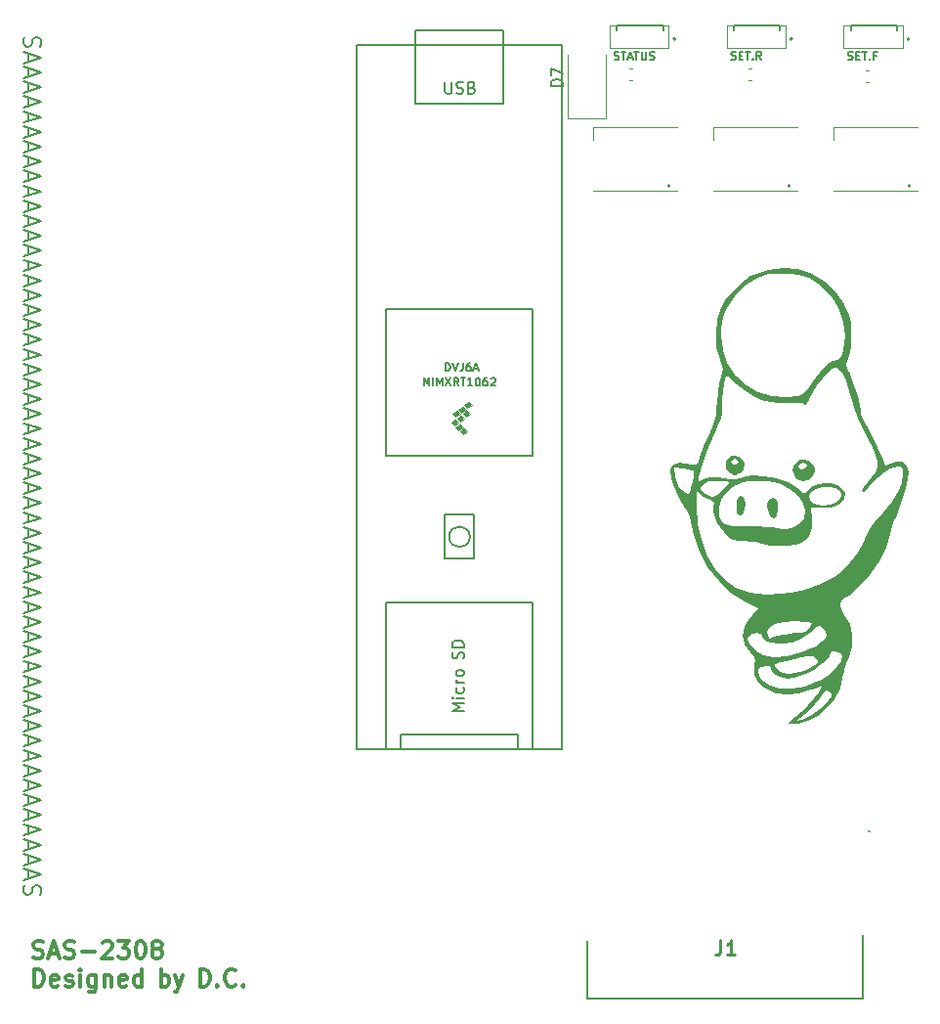
<source format=gbr>
%TF.GenerationSoftware,KiCad,Pcbnew,(7.0.0)*%
%TF.CreationDate,2023-02-28T21:07:10-08:00*%
%TF.ProjectId,semiactive,73656d69-6163-4746-9976-652e6b696361,rev?*%
%TF.SameCoordinates,Original*%
%TF.FileFunction,Legend,Top*%
%TF.FilePolarity,Positive*%
%FSLAX46Y46*%
G04 Gerber Fmt 4.6, Leading zero omitted, Abs format (unit mm)*
G04 Created by KiCad (PCBNEW (7.0.0)) date 2023-02-28 21:07:10*
%MOMM*%
%LPD*%
G01*
G04 APERTURE LIST*
%ADD10C,0.300000*%
%ADD11C,0.200000*%
%ADD12C,0.254000*%
%ADD13C,0.140000*%
%ADD14C,0.150000*%
%ADD15C,0.120000*%
%ADD16C,0.100000*%
%ADD17C,0.127000*%
%ADD18C,0.187000*%
G04 APERTURE END LIST*
D10*
X116490714Y-122140142D02*
X116705000Y-122211571D01*
X116705000Y-122211571D02*
X117062142Y-122211571D01*
X117062142Y-122211571D02*
X117205000Y-122140142D01*
X117205000Y-122140142D02*
X117276428Y-122068714D01*
X117276428Y-122068714D02*
X117347857Y-121925857D01*
X117347857Y-121925857D02*
X117347857Y-121783000D01*
X117347857Y-121783000D02*
X117276428Y-121640142D01*
X117276428Y-121640142D02*
X117205000Y-121568714D01*
X117205000Y-121568714D02*
X117062142Y-121497285D01*
X117062142Y-121497285D02*
X116776428Y-121425857D01*
X116776428Y-121425857D02*
X116633571Y-121354428D01*
X116633571Y-121354428D02*
X116562142Y-121283000D01*
X116562142Y-121283000D02*
X116490714Y-121140142D01*
X116490714Y-121140142D02*
X116490714Y-120997285D01*
X116490714Y-120997285D02*
X116562142Y-120854428D01*
X116562142Y-120854428D02*
X116633571Y-120783000D01*
X116633571Y-120783000D02*
X116776428Y-120711571D01*
X116776428Y-120711571D02*
X117133571Y-120711571D01*
X117133571Y-120711571D02*
X117347857Y-120783000D01*
X117919285Y-121783000D02*
X118633571Y-121783000D01*
X117776428Y-122211571D02*
X118276428Y-120711571D01*
X118276428Y-120711571D02*
X118776428Y-122211571D01*
X119204999Y-122140142D02*
X119419285Y-122211571D01*
X119419285Y-122211571D02*
X119776427Y-122211571D01*
X119776427Y-122211571D02*
X119919285Y-122140142D01*
X119919285Y-122140142D02*
X119990713Y-122068714D01*
X119990713Y-122068714D02*
X120062142Y-121925857D01*
X120062142Y-121925857D02*
X120062142Y-121783000D01*
X120062142Y-121783000D02*
X119990713Y-121640142D01*
X119990713Y-121640142D02*
X119919285Y-121568714D01*
X119919285Y-121568714D02*
X119776427Y-121497285D01*
X119776427Y-121497285D02*
X119490713Y-121425857D01*
X119490713Y-121425857D02*
X119347856Y-121354428D01*
X119347856Y-121354428D02*
X119276427Y-121283000D01*
X119276427Y-121283000D02*
X119204999Y-121140142D01*
X119204999Y-121140142D02*
X119204999Y-120997285D01*
X119204999Y-120997285D02*
X119276427Y-120854428D01*
X119276427Y-120854428D02*
X119347856Y-120783000D01*
X119347856Y-120783000D02*
X119490713Y-120711571D01*
X119490713Y-120711571D02*
X119847856Y-120711571D01*
X119847856Y-120711571D02*
X120062142Y-120783000D01*
X120704998Y-121640142D02*
X121847856Y-121640142D01*
X122490713Y-120854428D02*
X122562141Y-120783000D01*
X122562141Y-120783000D02*
X122704999Y-120711571D01*
X122704999Y-120711571D02*
X123062141Y-120711571D01*
X123062141Y-120711571D02*
X123204999Y-120783000D01*
X123204999Y-120783000D02*
X123276427Y-120854428D01*
X123276427Y-120854428D02*
X123347856Y-120997285D01*
X123347856Y-120997285D02*
X123347856Y-121140142D01*
X123347856Y-121140142D02*
X123276427Y-121354428D01*
X123276427Y-121354428D02*
X122419284Y-122211571D01*
X122419284Y-122211571D02*
X123347856Y-122211571D01*
X123847855Y-120711571D02*
X124776427Y-120711571D01*
X124776427Y-120711571D02*
X124276427Y-121283000D01*
X124276427Y-121283000D02*
X124490712Y-121283000D01*
X124490712Y-121283000D02*
X124633570Y-121354428D01*
X124633570Y-121354428D02*
X124704998Y-121425857D01*
X124704998Y-121425857D02*
X124776427Y-121568714D01*
X124776427Y-121568714D02*
X124776427Y-121925857D01*
X124776427Y-121925857D02*
X124704998Y-122068714D01*
X124704998Y-122068714D02*
X124633570Y-122140142D01*
X124633570Y-122140142D02*
X124490712Y-122211571D01*
X124490712Y-122211571D02*
X124062141Y-122211571D01*
X124062141Y-122211571D02*
X123919284Y-122140142D01*
X123919284Y-122140142D02*
X123847855Y-122068714D01*
X125704998Y-120711571D02*
X125847855Y-120711571D01*
X125847855Y-120711571D02*
X125990712Y-120783000D01*
X125990712Y-120783000D02*
X126062141Y-120854428D01*
X126062141Y-120854428D02*
X126133569Y-120997285D01*
X126133569Y-120997285D02*
X126204998Y-121283000D01*
X126204998Y-121283000D02*
X126204998Y-121640142D01*
X126204998Y-121640142D02*
X126133569Y-121925857D01*
X126133569Y-121925857D02*
X126062141Y-122068714D01*
X126062141Y-122068714D02*
X125990712Y-122140142D01*
X125990712Y-122140142D02*
X125847855Y-122211571D01*
X125847855Y-122211571D02*
X125704998Y-122211571D01*
X125704998Y-122211571D02*
X125562141Y-122140142D01*
X125562141Y-122140142D02*
X125490712Y-122068714D01*
X125490712Y-122068714D02*
X125419283Y-121925857D01*
X125419283Y-121925857D02*
X125347855Y-121640142D01*
X125347855Y-121640142D02*
X125347855Y-121283000D01*
X125347855Y-121283000D02*
X125419283Y-120997285D01*
X125419283Y-120997285D02*
X125490712Y-120854428D01*
X125490712Y-120854428D02*
X125562141Y-120783000D01*
X125562141Y-120783000D02*
X125704998Y-120711571D01*
X127062140Y-121354428D02*
X126919283Y-121283000D01*
X126919283Y-121283000D02*
X126847854Y-121211571D01*
X126847854Y-121211571D02*
X126776426Y-121068714D01*
X126776426Y-121068714D02*
X126776426Y-120997285D01*
X126776426Y-120997285D02*
X126847854Y-120854428D01*
X126847854Y-120854428D02*
X126919283Y-120783000D01*
X126919283Y-120783000D02*
X127062140Y-120711571D01*
X127062140Y-120711571D02*
X127347854Y-120711571D01*
X127347854Y-120711571D02*
X127490712Y-120783000D01*
X127490712Y-120783000D02*
X127562140Y-120854428D01*
X127562140Y-120854428D02*
X127633569Y-120997285D01*
X127633569Y-120997285D02*
X127633569Y-121068714D01*
X127633569Y-121068714D02*
X127562140Y-121211571D01*
X127562140Y-121211571D02*
X127490712Y-121283000D01*
X127490712Y-121283000D02*
X127347854Y-121354428D01*
X127347854Y-121354428D02*
X127062140Y-121354428D01*
X127062140Y-121354428D02*
X126919283Y-121425857D01*
X126919283Y-121425857D02*
X126847854Y-121497285D01*
X126847854Y-121497285D02*
X126776426Y-121640142D01*
X126776426Y-121640142D02*
X126776426Y-121925857D01*
X126776426Y-121925857D02*
X126847854Y-122068714D01*
X126847854Y-122068714D02*
X126919283Y-122140142D01*
X126919283Y-122140142D02*
X127062140Y-122211571D01*
X127062140Y-122211571D02*
X127347854Y-122211571D01*
X127347854Y-122211571D02*
X127490712Y-122140142D01*
X127490712Y-122140142D02*
X127562140Y-122068714D01*
X127562140Y-122068714D02*
X127633569Y-121925857D01*
X127633569Y-121925857D02*
X127633569Y-121640142D01*
X127633569Y-121640142D02*
X127562140Y-121497285D01*
X127562140Y-121497285D02*
X127490712Y-121425857D01*
X127490712Y-121425857D02*
X127347854Y-121354428D01*
X116562142Y-124641571D02*
X116562142Y-123141571D01*
X116562142Y-123141571D02*
X116919285Y-123141571D01*
X116919285Y-123141571D02*
X117133571Y-123213000D01*
X117133571Y-123213000D02*
X117276428Y-123355857D01*
X117276428Y-123355857D02*
X117347857Y-123498714D01*
X117347857Y-123498714D02*
X117419285Y-123784428D01*
X117419285Y-123784428D02*
X117419285Y-123998714D01*
X117419285Y-123998714D02*
X117347857Y-124284428D01*
X117347857Y-124284428D02*
X117276428Y-124427285D01*
X117276428Y-124427285D02*
X117133571Y-124570142D01*
X117133571Y-124570142D02*
X116919285Y-124641571D01*
X116919285Y-124641571D02*
X116562142Y-124641571D01*
X118633571Y-124570142D02*
X118490714Y-124641571D01*
X118490714Y-124641571D02*
X118205000Y-124641571D01*
X118205000Y-124641571D02*
X118062142Y-124570142D01*
X118062142Y-124570142D02*
X117990714Y-124427285D01*
X117990714Y-124427285D02*
X117990714Y-123855857D01*
X117990714Y-123855857D02*
X118062142Y-123713000D01*
X118062142Y-123713000D02*
X118205000Y-123641571D01*
X118205000Y-123641571D02*
X118490714Y-123641571D01*
X118490714Y-123641571D02*
X118633571Y-123713000D01*
X118633571Y-123713000D02*
X118705000Y-123855857D01*
X118705000Y-123855857D02*
X118705000Y-123998714D01*
X118705000Y-123998714D02*
X117990714Y-124141571D01*
X119276428Y-124570142D02*
X119419285Y-124641571D01*
X119419285Y-124641571D02*
X119704999Y-124641571D01*
X119704999Y-124641571D02*
X119847856Y-124570142D01*
X119847856Y-124570142D02*
X119919285Y-124427285D01*
X119919285Y-124427285D02*
X119919285Y-124355857D01*
X119919285Y-124355857D02*
X119847856Y-124213000D01*
X119847856Y-124213000D02*
X119704999Y-124141571D01*
X119704999Y-124141571D02*
X119490714Y-124141571D01*
X119490714Y-124141571D02*
X119347856Y-124070142D01*
X119347856Y-124070142D02*
X119276428Y-123927285D01*
X119276428Y-123927285D02*
X119276428Y-123855857D01*
X119276428Y-123855857D02*
X119347856Y-123713000D01*
X119347856Y-123713000D02*
X119490714Y-123641571D01*
X119490714Y-123641571D02*
X119704999Y-123641571D01*
X119704999Y-123641571D02*
X119847856Y-123713000D01*
X120562142Y-124641571D02*
X120562142Y-123641571D01*
X120562142Y-123141571D02*
X120490714Y-123213000D01*
X120490714Y-123213000D02*
X120562142Y-123284428D01*
X120562142Y-123284428D02*
X120633571Y-123213000D01*
X120633571Y-123213000D02*
X120562142Y-123141571D01*
X120562142Y-123141571D02*
X120562142Y-123284428D01*
X121919286Y-123641571D02*
X121919286Y-124855857D01*
X121919286Y-124855857D02*
X121847857Y-124998714D01*
X121847857Y-124998714D02*
X121776428Y-125070142D01*
X121776428Y-125070142D02*
X121633571Y-125141571D01*
X121633571Y-125141571D02*
X121419286Y-125141571D01*
X121419286Y-125141571D02*
X121276428Y-125070142D01*
X121919286Y-124570142D02*
X121776428Y-124641571D01*
X121776428Y-124641571D02*
X121490714Y-124641571D01*
X121490714Y-124641571D02*
X121347857Y-124570142D01*
X121347857Y-124570142D02*
X121276428Y-124498714D01*
X121276428Y-124498714D02*
X121205000Y-124355857D01*
X121205000Y-124355857D02*
X121205000Y-123927285D01*
X121205000Y-123927285D02*
X121276428Y-123784428D01*
X121276428Y-123784428D02*
X121347857Y-123713000D01*
X121347857Y-123713000D02*
X121490714Y-123641571D01*
X121490714Y-123641571D02*
X121776428Y-123641571D01*
X121776428Y-123641571D02*
X121919286Y-123713000D01*
X122633571Y-123641571D02*
X122633571Y-124641571D01*
X122633571Y-123784428D02*
X122705000Y-123713000D01*
X122705000Y-123713000D02*
X122847857Y-123641571D01*
X122847857Y-123641571D02*
X123062143Y-123641571D01*
X123062143Y-123641571D02*
X123205000Y-123713000D01*
X123205000Y-123713000D02*
X123276429Y-123855857D01*
X123276429Y-123855857D02*
X123276429Y-124641571D01*
X124562143Y-124570142D02*
X124419286Y-124641571D01*
X124419286Y-124641571D02*
X124133572Y-124641571D01*
X124133572Y-124641571D02*
X123990714Y-124570142D01*
X123990714Y-124570142D02*
X123919286Y-124427285D01*
X123919286Y-124427285D02*
X123919286Y-123855857D01*
X123919286Y-123855857D02*
X123990714Y-123713000D01*
X123990714Y-123713000D02*
X124133572Y-123641571D01*
X124133572Y-123641571D02*
X124419286Y-123641571D01*
X124419286Y-123641571D02*
X124562143Y-123713000D01*
X124562143Y-123713000D02*
X124633572Y-123855857D01*
X124633572Y-123855857D02*
X124633572Y-123998714D01*
X124633572Y-123998714D02*
X123919286Y-124141571D01*
X125919286Y-124641571D02*
X125919286Y-123141571D01*
X125919286Y-124570142D02*
X125776428Y-124641571D01*
X125776428Y-124641571D02*
X125490714Y-124641571D01*
X125490714Y-124641571D02*
X125347857Y-124570142D01*
X125347857Y-124570142D02*
X125276428Y-124498714D01*
X125276428Y-124498714D02*
X125205000Y-124355857D01*
X125205000Y-124355857D02*
X125205000Y-123927285D01*
X125205000Y-123927285D02*
X125276428Y-123784428D01*
X125276428Y-123784428D02*
X125347857Y-123713000D01*
X125347857Y-123713000D02*
X125490714Y-123641571D01*
X125490714Y-123641571D02*
X125776428Y-123641571D01*
X125776428Y-123641571D02*
X125919286Y-123713000D01*
X127533571Y-124641571D02*
X127533571Y-123141571D01*
X127533571Y-123713000D02*
X127676429Y-123641571D01*
X127676429Y-123641571D02*
X127962143Y-123641571D01*
X127962143Y-123641571D02*
X128105000Y-123713000D01*
X128105000Y-123713000D02*
X128176429Y-123784428D01*
X128176429Y-123784428D02*
X128247857Y-123927285D01*
X128247857Y-123927285D02*
X128247857Y-124355857D01*
X128247857Y-124355857D02*
X128176429Y-124498714D01*
X128176429Y-124498714D02*
X128105000Y-124570142D01*
X128105000Y-124570142D02*
X127962143Y-124641571D01*
X127962143Y-124641571D02*
X127676429Y-124641571D01*
X127676429Y-124641571D02*
X127533571Y-124570142D01*
X128747857Y-123641571D02*
X129105000Y-124641571D01*
X129462143Y-123641571D02*
X129105000Y-124641571D01*
X129105000Y-124641571D02*
X128962143Y-124998714D01*
X128962143Y-124998714D02*
X128890714Y-125070142D01*
X128890714Y-125070142D02*
X128747857Y-125141571D01*
X130933571Y-124641571D02*
X130933571Y-123141571D01*
X130933571Y-123141571D02*
X131290714Y-123141571D01*
X131290714Y-123141571D02*
X131505000Y-123213000D01*
X131505000Y-123213000D02*
X131647857Y-123355857D01*
X131647857Y-123355857D02*
X131719286Y-123498714D01*
X131719286Y-123498714D02*
X131790714Y-123784428D01*
X131790714Y-123784428D02*
X131790714Y-123998714D01*
X131790714Y-123998714D02*
X131719286Y-124284428D01*
X131719286Y-124284428D02*
X131647857Y-124427285D01*
X131647857Y-124427285D02*
X131505000Y-124570142D01*
X131505000Y-124570142D02*
X131290714Y-124641571D01*
X131290714Y-124641571D02*
X130933571Y-124641571D01*
X132433571Y-124498714D02*
X132505000Y-124570142D01*
X132505000Y-124570142D02*
X132433571Y-124641571D01*
X132433571Y-124641571D02*
X132362143Y-124570142D01*
X132362143Y-124570142D02*
X132433571Y-124498714D01*
X132433571Y-124498714D02*
X132433571Y-124641571D01*
X134005000Y-124498714D02*
X133933572Y-124570142D01*
X133933572Y-124570142D02*
X133719286Y-124641571D01*
X133719286Y-124641571D02*
X133576429Y-124641571D01*
X133576429Y-124641571D02*
X133362143Y-124570142D01*
X133362143Y-124570142D02*
X133219286Y-124427285D01*
X133219286Y-124427285D02*
X133147857Y-124284428D01*
X133147857Y-124284428D02*
X133076429Y-123998714D01*
X133076429Y-123998714D02*
X133076429Y-123784428D01*
X133076429Y-123784428D02*
X133147857Y-123498714D01*
X133147857Y-123498714D02*
X133219286Y-123355857D01*
X133219286Y-123355857D02*
X133362143Y-123213000D01*
X133362143Y-123213000D02*
X133576429Y-123141571D01*
X133576429Y-123141571D02*
X133719286Y-123141571D01*
X133719286Y-123141571D02*
X133933572Y-123213000D01*
X133933572Y-123213000D02*
X134005000Y-123284428D01*
X134647857Y-124498714D02*
X134719286Y-124570142D01*
X134719286Y-124570142D02*
X134647857Y-124641571D01*
X134647857Y-124641571D02*
X134576429Y-124570142D01*
X134576429Y-124570142D02*
X134647857Y-124498714D01*
X134647857Y-124498714D02*
X134647857Y-124641571D01*
D11*
X115713857Y-42449714D02*
X115642428Y-42664000D01*
X115642428Y-42664000D02*
X115642428Y-43021142D01*
X115642428Y-43021142D02*
X115713857Y-43164000D01*
X115713857Y-43164000D02*
X115785285Y-43235428D01*
X115785285Y-43235428D02*
X115928142Y-43306857D01*
X115928142Y-43306857D02*
X116071000Y-43306857D01*
X116071000Y-43306857D02*
X116213857Y-43235428D01*
X116213857Y-43235428D02*
X116285285Y-43164000D01*
X116285285Y-43164000D02*
X116356714Y-43021142D01*
X116356714Y-43021142D02*
X116428142Y-42735428D01*
X116428142Y-42735428D02*
X116499571Y-42592571D01*
X116499571Y-42592571D02*
X116571000Y-42521142D01*
X116571000Y-42521142D02*
X116713857Y-42449714D01*
X116713857Y-42449714D02*
X116856714Y-42449714D01*
X116856714Y-42449714D02*
X116999571Y-42521142D01*
X116999571Y-42521142D02*
X117071000Y-42592571D01*
X117071000Y-42592571D02*
X117142428Y-42735428D01*
X117142428Y-42735428D02*
X117142428Y-43092571D01*
X117142428Y-43092571D02*
X117071000Y-43306857D01*
X116071000Y-43878285D02*
X116071000Y-44592571D01*
X115642428Y-43735428D02*
X117142428Y-44235428D01*
X117142428Y-44235428D02*
X115642428Y-44735428D01*
X116071000Y-45163999D02*
X116071000Y-45878285D01*
X115642428Y-45021142D02*
X117142428Y-45521142D01*
X117142428Y-45521142D02*
X115642428Y-46021142D01*
X116071000Y-46449713D02*
X116071000Y-47163999D01*
X115642428Y-46306856D02*
X117142428Y-46806856D01*
X117142428Y-46806856D02*
X115642428Y-47306856D01*
X116071000Y-47735427D02*
X116071000Y-48449713D01*
X115642428Y-47592570D02*
X117142428Y-48092570D01*
X117142428Y-48092570D02*
X115642428Y-48592570D01*
X116071000Y-49021141D02*
X116071000Y-49735427D01*
X115642428Y-48878284D02*
X117142428Y-49378284D01*
X117142428Y-49378284D02*
X115642428Y-49878284D01*
X116071000Y-50306855D02*
X116071000Y-51021141D01*
X115642428Y-50163998D02*
X117142428Y-50663998D01*
X117142428Y-50663998D02*
X115642428Y-51163998D01*
X116071000Y-51592569D02*
X116071000Y-52306855D01*
X115642428Y-51449712D02*
X117142428Y-51949712D01*
X117142428Y-51949712D02*
X115642428Y-52449712D01*
X116071000Y-52878283D02*
X116071000Y-53592569D01*
X115642428Y-52735426D02*
X117142428Y-53235426D01*
X117142428Y-53235426D02*
X115642428Y-53735426D01*
X116071000Y-54163997D02*
X116071000Y-54878283D01*
X115642428Y-54021140D02*
X117142428Y-54521140D01*
X117142428Y-54521140D02*
X115642428Y-55021140D01*
X116071000Y-55449711D02*
X116071000Y-56163997D01*
X115642428Y-55306854D02*
X117142428Y-55806854D01*
X117142428Y-55806854D02*
X115642428Y-56306854D01*
X116071000Y-56735425D02*
X116071000Y-57449711D01*
X115642428Y-56592568D02*
X117142428Y-57092568D01*
X117142428Y-57092568D02*
X115642428Y-57592568D01*
X116071000Y-58021139D02*
X116071000Y-58735425D01*
X115642428Y-57878282D02*
X117142428Y-58378282D01*
X117142428Y-58378282D02*
X115642428Y-58878282D01*
X116071000Y-59306853D02*
X116071000Y-60021139D01*
X115642428Y-59163996D02*
X117142428Y-59663996D01*
X117142428Y-59663996D02*
X115642428Y-60163996D01*
X116071000Y-60592567D02*
X116071000Y-61306853D01*
X115642428Y-60449710D02*
X117142428Y-60949710D01*
X117142428Y-60949710D02*
X115642428Y-61449710D01*
X116071000Y-61878281D02*
X116071000Y-62592567D01*
X115642428Y-61735424D02*
X117142428Y-62235424D01*
X117142428Y-62235424D02*
X115642428Y-62735424D01*
X116071000Y-63163995D02*
X116071000Y-63878281D01*
X115642428Y-63021138D02*
X117142428Y-63521138D01*
X117142428Y-63521138D02*
X115642428Y-64021138D01*
X116071000Y-64449709D02*
X116071000Y-65163995D01*
X115642428Y-64306852D02*
X117142428Y-64806852D01*
X117142428Y-64806852D02*
X115642428Y-65306852D01*
X116071000Y-65735423D02*
X116071000Y-66449709D01*
X115642428Y-65592566D02*
X117142428Y-66092566D01*
X117142428Y-66092566D02*
X115642428Y-66592566D01*
X116071000Y-67021137D02*
X116071000Y-67735423D01*
X115642428Y-66878280D02*
X117142428Y-67378280D01*
X117142428Y-67378280D02*
X115642428Y-67878280D01*
X116071000Y-68306851D02*
X116071000Y-69021137D01*
X115642428Y-68163994D02*
X117142428Y-68663994D01*
X117142428Y-68663994D02*
X115642428Y-69163994D01*
X116071000Y-69592565D02*
X116071000Y-70306851D01*
X115642428Y-69449708D02*
X117142428Y-69949708D01*
X117142428Y-69949708D02*
X115642428Y-70449708D01*
X116071000Y-70878279D02*
X116071000Y-71592565D01*
X115642428Y-70735422D02*
X117142428Y-71235422D01*
X117142428Y-71235422D02*
X115642428Y-71735422D01*
X116071000Y-72163993D02*
X116071000Y-72878279D01*
X115642428Y-72021136D02*
X117142428Y-72521136D01*
X117142428Y-72521136D02*
X115642428Y-73021136D01*
X116071000Y-73449707D02*
X116071000Y-74163993D01*
X115642428Y-73306850D02*
X117142428Y-73806850D01*
X117142428Y-73806850D02*
X115642428Y-74306850D01*
X116071000Y-74735421D02*
X116071000Y-75449707D01*
X115642428Y-74592564D02*
X117142428Y-75092564D01*
X117142428Y-75092564D02*
X115642428Y-75592564D01*
X116071000Y-76021135D02*
X116071000Y-76735421D01*
X115642428Y-75878278D02*
X117142428Y-76378278D01*
X117142428Y-76378278D02*
X115642428Y-76878278D01*
X116071000Y-77306849D02*
X116071000Y-78021135D01*
X115642428Y-77163992D02*
X117142428Y-77663992D01*
X117142428Y-77663992D02*
X115642428Y-78163992D01*
X116071000Y-78592563D02*
X116071000Y-79306849D01*
X115642428Y-78449706D02*
X117142428Y-78949706D01*
X117142428Y-78949706D02*
X115642428Y-79449706D01*
X116071000Y-79878277D02*
X116071000Y-80592563D01*
X115642428Y-79735420D02*
X117142428Y-80235420D01*
X117142428Y-80235420D02*
X115642428Y-80735420D01*
X116071000Y-81163991D02*
X116071000Y-81878277D01*
X115642428Y-81021134D02*
X117142428Y-81521134D01*
X117142428Y-81521134D02*
X115642428Y-82021134D01*
X116071000Y-82449705D02*
X116071000Y-83163991D01*
X115642428Y-82306848D02*
X117142428Y-82806848D01*
X117142428Y-82806848D02*
X115642428Y-83306848D01*
X116071000Y-83735419D02*
X116071000Y-84449705D01*
X115642428Y-83592562D02*
X117142428Y-84092562D01*
X117142428Y-84092562D02*
X115642428Y-84592562D01*
X116071000Y-85021133D02*
X116071000Y-85735419D01*
X115642428Y-84878276D02*
X117142428Y-85378276D01*
X117142428Y-85378276D02*
X115642428Y-85878276D01*
X116071000Y-86306847D02*
X116071000Y-87021133D01*
X115642428Y-86163990D02*
X117142428Y-86663990D01*
X117142428Y-86663990D02*
X115642428Y-87163990D01*
X116071000Y-87592561D02*
X116071000Y-88306847D01*
X115642428Y-87449704D02*
X117142428Y-87949704D01*
X117142428Y-87949704D02*
X115642428Y-88449704D01*
X116071000Y-88878275D02*
X116071000Y-89592561D01*
X115642428Y-88735418D02*
X117142428Y-89235418D01*
X117142428Y-89235418D02*
X115642428Y-89735418D01*
X116071000Y-90163989D02*
X116071000Y-90878275D01*
X115642428Y-90021132D02*
X117142428Y-90521132D01*
X117142428Y-90521132D02*
X115642428Y-91021132D01*
X116071000Y-91449703D02*
X116071000Y-92163989D01*
X115642428Y-91306846D02*
X117142428Y-91806846D01*
X117142428Y-91806846D02*
X115642428Y-92306846D01*
X116071000Y-92735417D02*
X116071000Y-93449703D01*
X115642428Y-92592560D02*
X117142428Y-93092560D01*
X117142428Y-93092560D02*
X115642428Y-93592560D01*
X116071000Y-94021131D02*
X116071000Y-94735417D01*
X115642428Y-93878274D02*
X117142428Y-94378274D01*
X117142428Y-94378274D02*
X115642428Y-94878274D01*
X116071000Y-95306845D02*
X116071000Y-96021131D01*
X115642428Y-95163988D02*
X117142428Y-95663988D01*
X117142428Y-95663988D02*
X115642428Y-96163988D01*
X116071000Y-96592559D02*
X116071000Y-97306845D01*
X115642428Y-96449702D02*
X117142428Y-96949702D01*
X117142428Y-96949702D02*
X115642428Y-97449702D01*
X116071000Y-97878273D02*
X116071000Y-98592559D01*
X115642428Y-97735416D02*
X117142428Y-98235416D01*
X117142428Y-98235416D02*
X115642428Y-98735416D01*
X116071000Y-99163987D02*
X116071000Y-99878273D01*
X115642428Y-99021130D02*
X117142428Y-99521130D01*
X117142428Y-99521130D02*
X115642428Y-100021130D01*
X116071000Y-100449701D02*
X116071000Y-101163987D01*
X115642428Y-100306844D02*
X117142428Y-100806844D01*
X117142428Y-100806844D02*
X115642428Y-101306844D01*
X116071000Y-101735415D02*
X116071000Y-102449701D01*
X115642428Y-101592558D02*
X117142428Y-102092558D01*
X117142428Y-102092558D02*
X115642428Y-102592558D01*
X116071000Y-103021129D02*
X116071000Y-103735415D01*
X115642428Y-102878272D02*
X117142428Y-103378272D01*
X117142428Y-103378272D02*
X115642428Y-103878272D01*
X116071000Y-104306843D02*
X116071000Y-105021129D01*
X115642428Y-104163986D02*
X117142428Y-104663986D01*
X117142428Y-104663986D02*
X115642428Y-105163986D01*
X116071000Y-105592557D02*
X116071000Y-106306843D01*
X115642428Y-105449700D02*
X117142428Y-105949700D01*
X117142428Y-105949700D02*
X115642428Y-106449700D01*
X116071000Y-106878271D02*
X116071000Y-107592557D01*
X115642428Y-106735414D02*
X117142428Y-107235414D01*
X117142428Y-107235414D02*
X115642428Y-107735414D01*
X116071000Y-108163985D02*
X116071000Y-108878271D01*
X115642428Y-108021128D02*
X117142428Y-108521128D01*
X117142428Y-108521128D02*
X115642428Y-109021128D01*
X116071000Y-109449699D02*
X116071000Y-110163985D01*
X115642428Y-109306842D02*
X117142428Y-109806842D01*
X117142428Y-109806842D02*
X115642428Y-110306842D01*
X116071000Y-110735413D02*
X116071000Y-111449699D01*
X115642428Y-110592556D02*
X117142428Y-111092556D01*
X117142428Y-111092556D02*
X115642428Y-111592556D01*
X116071000Y-112021127D02*
X116071000Y-112735413D01*
X115642428Y-111878270D02*
X117142428Y-112378270D01*
X117142428Y-112378270D02*
X115642428Y-112878270D01*
X116071000Y-113306841D02*
X116071000Y-114021127D01*
X115642428Y-113163984D02*
X117142428Y-113663984D01*
X117142428Y-113663984D02*
X115642428Y-114163984D01*
X116071000Y-114592555D02*
X116071000Y-115306841D01*
X115642428Y-114449698D02*
X117142428Y-114949698D01*
X117142428Y-114949698D02*
X115642428Y-115449698D01*
X115713857Y-115878269D02*
X115642428Y-116092555D01*
X115642428Y-116092555D02*
X115642428Y-116449697D01*
X115642428Y-116449697D02*
X115713857Y-116592555D01*
X115713857Y-116592555D02*
X115785285Y-116663983D01*
X115785285Y-116663983D02*
X115928142Y-116735412D01*
X115928142Y-116735412D02*
X116071000Y-116735412D01*
X116071000Y-116735412D02*
X116213857Y-116663983D01*
X116213857Y-116663983D02*
X116285285Y-116592555D01*
X116285285Y-116592555D02*
X116356714Y-116449697D01*
X116356714Y-116449697D02*
X116428142Y-116163983D01*
X116428142Y-116163983D02*
X116499571Y-116021126D01*
X116499571Y-116021126D02*
X116571000Y-115949697D01*
X116571000Y-115949697D02*
X116713857Y-115878269D01*
X116713857Y-115878269D02*
X116856714Y-115878269D01*
X116856714Y-115878269D02*
X116999571Y-115949697D01*
X116999571Y-115949697D02*
X117071000Y-116021126D01*
X117071000Y-116021126D02*
X117142428Y-116163983D01*
X117142428Y-116163983D02*
X117142428Y-116521126D01*
X117142428Y-116521126D02*
X117071000Y-116735412D01*
D12*
%TO.C,J1*%
X176027667Y-120660573D02*
X176027667Y-121567716D01*
X176027667Y-121567716D02*
X175967190Y-121749145D01*
X175967190Y-121749145D02*
X175846238Y-121870097D01*
X175846238Y-121870097D02*
X175664809Y-121930573D01*
X175664809Y-121930573D02*
X175543857Y-121930573D01*
X177297667Y-121930573D02*
X176571952Y-121930573D01*
X176934809Y-121930573D02*
X176934809Y-120660573D01*
X176934809Y-120660573D02*
X176813857Y-120842002D01*
X176813857Y-120842002D02*
X176692905Y-120962954D01*
X176692905Y-120962954D02*
X176571952Y-121023430D01*
D13*
%TO.C,D3*%
X166827533Y-44389233D02*
X166927533Y-44422566D01*
X166927533Y-44422566D02*
X167094200Y-44422566D01*
X167094200Y-44422566D02*
X167160866Y-44389233D01*
X167160866Y-44389233D02*
X167194200Y-44355900D01*
X167194200Y-44355900D02*
X167227533Y-44289233D01*
X167227533Y-44289233D02*
X167227533Y-44222566D01*
X167227533Y-44222566D02*
X167194200Y-44155900D01*
X167194200Y-44155900D02*
X167160866Y-44122566D01*
X167160866Y-44122566D02*
X167094200Y-44089233D01*
X167094200Y-44089233D02*
X166960866Y-44055900D01*
X166960866Y-44055900D02*
X166894200Y-44022566D01*
X166894200Y-44022566D02*
X166860866Y-43989233D01*
X166860866Y-43989233D02*
X166827533Y-43922566D01*
X166827533Y-43922566D02*
X166827533Y-43855900D01*
X166827533Y-43855900D02*
X166860866Y-43789233D01*
X166860866Y-43789233D02*
X166894200Y-43755900D01*
X166894200Y-43755900D02*
X166960866Y-43722566D01*
X166960866Y-43722566D02*
X167127533Y-43722566D01*
X167127533Y-43722566D02*
X167227533Y-43755900D01*
X167427533Y-43722566D02*
X167827533Y-43722566D01*
X167627533Y-44422566D02*
X167627533Y-43722566D01*
X168027533Y-44222566D02*
X168360866Y-44222566D01*
X167960866Y-44422566D02*
X168194200Y-43722566D01*
X168194200Y-43722566D02*
X168427533Y-44422566D01*
X168560866Y-43722566D02*
X168960866Y-43722566D01*
X168760866Y-44422566D02*
X168760866Y-43722566D01*
X169194199Y-43722566D02*
X169194199Y-44289233D01*
X169194199Y-44289233D02*
X169227533Y-44355900D01*
X169227533Y-44355900D02*
X169260866Y-44389233D01*
X169260866Y-44389233D02*
X169327533Y-44422566D01*
X169327533Y-44422566D02*
X169460866Y-44422566D01*
X169460866Y-44422566D02*
X169527533Y-44389233D01*
X169527533Y-44389233D02*
X169560866Y-44355900D01*
X169560866Y-44355900D02*
X169594199Y-44289233D01*
X169594199Y-44289233D02*
X169594199Y-43722566D01*
X169894199Y-44389233D02*
X169994199Y-44422566D01*
X169994199Y-44422566D02*
X170160866Y-44422566D01*
X170160866Y-44422566D02*
X170227532Y-44389233D01*
X170227532Y-44389233D02*
X170260866Y-44355900D01*
X170260866Y-44355900D02*
X170294199Y-44289233D01*
X170294199Y-44289233D02*
X170294199Y-44222566D01*
X170294199Y-44222566D02*
X170260866Y-44155900D01*
X170260866Y-44155900D02*
X170227532Y-44122566D01*
X170227532Y-44122566D02*
X170160866Y-44089233D01*
X170160866Y-44089233D02*
X170027532Y-44055900D01*
X170027532Y-44055900D02*
X169960866Y-44022566D01*
X169960866Y-44022566D02*
X169927532Y-43989233D01*
X169927532Y-43989233D02*
X169894199Y-43922566D01*
X169894199Y-43922566D02*
X169894199Y-43855900D01*
X169894199Y-43855900D02*
X169927532Y-43789233D01*
X169927532Y-43789233D02*
X169960866Y-43755900D01*
X169960866Y-43755900D02*
X170027532Y-43722566D01*
X170027532Y-43722566D02*
X170194199Y-43722566D01*
X170194199Y-43722566D02*
X170294199Y-43755900D01*
%TO.C,D1*%
X187084533Y-44389233D02*
X187184533Y-44422566D01*
X187184533Y-44422566D02*
X187351200Y-44422566D01*
X187351200Y-44422566D02*
X187417866Y-44389233D01*
X187417866Y-44389233D02*
X187451200Y-44355900D01*
X187451200Y-44355900D02*
X187484533Y-44289233D01*
X187484533Y-44289233D02*
X187484533Y-44222566D01*
X187484533Y-44222566D02*
X187451200Y-44155900D01*
X187451200Y-44155900D02*
X187417866Y-44122566D01*
X187417866Y-44122566D02*
X187351200Y-44089233D01*
X187351200Y-44089233D02*
X187217866Y-44055900D01*
X187217866Y-44055900D02*
X187151200Y-44022566D01*
X187151200Y-44022566D02*
X187117866Y-43989233D01*
X187117866Y-43989233D02*
X187084533Y-43922566D01*
X187084533Y-43922566D02*
X187084533Y-43855900D01*
X187084533Y-43855900D02*
X187117866Y-43789233D01*
X187117866Y-43789233D02*
X187151200Y-43755900D01*
X187151200Y-43755900D02*
X187217866Y-43722566D01*
X187217866Y-43722566D02*
X187384533Y-43722566D01*
X187384533Y-43722566D02*
X187484533Y-43755900D01*
X187784533Y-44055900D02*
X188017867Y-44055900D01*
X188117867Y-44422566D02*
X187784533Y-44422566D01*
X187784533Y-44422566D02*
X187784533Y-43722566D01*
X187784533Y-43722566D02*
X188117867Y-43722566D01*
X188317866Y-43722566D02*
X188717866Y-43722566D01*
X188517866Y-44422566D02*
X188517866Y-43722566D01*
X188951199Y-44355900D02*
X188984533Y-44389233D01*
X188984533Y-44389233D02*
X188951199Y-44422566D01*
X188951199Y-44422566D02*
X188917866Y-44389233D01*
X188917866Y-44389233D02*
X188951199Y-44355900D01*
X188951199Y-44355900D02*
X188951199Y-44422566D01*
X189517866Y-44055900D02*
X189284532Y-44055900D01*
X189284532Y-44422566D02*
X189284532Y-43722566D01*
X189284532Y-43722566D02*
X189617866Y-43722566D01*
D14*
%TO.C,U1*%
X152212666Y-71377166D02*
X152212666Y-70677166D01*
X152212666Y-70677166D02*
X152379333Y-70677166D01*
X152379333Y-70677166D02*
X152479333Y-70710500D01*
X152479333Y-70710500D02*
X152546000Y-70777166D01*
X152546000Y-70777166D02*
X152579333Y-70843833D01*
X152579333Y-70843833D02*
X152612666Y-70977166D01*
X152612666Y-70977166D02*
X152612666Y-71077166D01*
X152612666Y-71077166D02*
X152579333Y-71210500D01*
X152579333Y-71210500D02*
X152546000Y-71277166D01*
X152546000Y-71277166D02*
X152479333Y-71343833D01*
X152479333Y-71343833D02*
X152379333Y-71377166D01*
X152379333Y-71377166D02*
X152212666Y-71377166D01*
X152812666Y-70677166D02*
X153046000Y-71377166D01*
X153046000Y-71377166D02*
X153279333Y-70677166D01*
X153712666Y-70677166D02*
X153712666Y-71177166D01*
X153712666Y-71177166D02*
X153679333Y-71277166D01*
X153679333Y-71277166D02*
X153612666Y-71343833D01*
X153612666Y-71343833D02*
X153512666Y-71377166D01*
X153512666Y-71377166D02*
X153446000Y-71377166D01*
X154345999Y-70677166D02*
X154212666Y-70677166D01*
X154212666Y-70677166D02*
X154145999Y-70710500D01*
X154145999Y-70710500D02*
X154112666Y-70743833D01*
X154112666Y-70743833D02*
X154045999Y-70843833D01*
X154045999Y-70843833D02*
X154012666Y-70977166D01*
X154012666Y-70977166D02*
X154012666Y-71243833D01*
X154012666Y-71243833D02*
X154045999Y-71310500D01*
X154045999Y-71310500D02*
X154079333Y-71343833D01*
X154079333Y-71343833D02*
X154145999Y-71377166D01*
X154145999Y-71377166D02*
X154279333Y-71377166D01*
X154279333Y-71377166D02*
X154345999Y-71343833D01*
X154345999Y-71343833D02*
X154379333Y-71310500D01*
X154379333Y-71310500D02*
X154412666Y-71243833D01*
X154412666Y-71243833D02*
X154412666Y-71077166D01*
X154412666Y-71077166D02*
X154379333Y-71010500D01*
X154379333Y-71010500D02*
X154345999Y-70977166D01*
X154345999Y-70977166D02*
X154279333Y-70943833D01*
X154279333Y-70943833D02*
X154145999Y-70943833D01*
X154145999Y-70943833D02*
X154079333Y-70977166D01*
X154079333Y-70977166D02*
X154045999Y-71010500D01*
X154045999Y-71010500D02*
X154012666Y-71077166D01*
X154679333Y-71177166D02*
X155012666Y-71177166D01*
X154612666Y-71377166D02*
X154846000Y-70677166D01*
X154846000Y-70677166D02*
X155079333Y-71377166D01*
X153783380Y-100828094D02*
X152783380Y-100828094D01*
X152783380Y-100828094D02*
X153497666Y-100494761D01*
X153497666Y-100494761D02*
X152783380Y-100161428D01*
X152783380Y-100161428D02*
X153783380Y-100161428D01*
X153783380Y-99685237D02*
X153116714Y-99685237D01*
X152783380Y-99685237D02*
X152831000Y-99732856D01*
X152831000Y-99732856D02*
X152878619Y-99685237D01*
X152878619Y-99685237D02*
X152831000Y-99637618D01*
X152831000Y-99637618D02*
X152783380Y-99685237D01*
X152783380Y-99685237D02*
X152878619Y-99685237D01*
X153735761Y-98780476D02*
X153783380Y-98875714D01*
X153783380Y-98875714D02*
X153783380Y-99066190D01*
X153783380Y-99066190D02*
X153735761Y-99161428D01*
X153735761Y-99161428D02*
X153688142Y-99209047D01*
X153688142Y-99209047D02*
X153592904Y-99256666D01*
X153592904Y-99256666D02*
X153307190Y-99256666D01*
X153307190Y-99256666D02*
X153211952Y-99209047D01*
X153211952Y-99209047D02*
X153164333Y-99161428D01*
X153164333Y-99161428D02*
X153116714Y-99066190D01*
X153116714Y-99066190D02*
X153116714Y-98875714D01*
X153116714Y-98875714D02*
X153164333Y-98780476D01*
X153783380Y-98351904D02*
X153116714Y-98351904D01*
X153307190Y-98351904D02*
X153211952Y-98304285D01*
X153211952Y-98304285D02*
X153164333Y-98256666D01*
X153164333Y-98256666D02*
X153116714Y-98161428D01*
X153116714Y-98161428D02*
X153116714Y-98066190D01*
X153783380Y-97589999D02*
X153735761Y-97685237D01*
X153735761Y-97685237D02*
X153688142Y-97732856D01*
X153688142Y-97732856D02*
X153592904Y-97780475D01*
X153592904Y-97780475D02*
X153307190Y-97780475D01*
X153307190Y-97780475D02*
X153211952Y-97732856D01*
X153211952Y-97732856D02*
X153164333Y-97685237D01*
X153164333Y-97685237D02*
X153116714Y-97589999D01*
X153116714Y-97589999D02*
X153116714Y-97447142D01*
X153116714Y-97447142D02*
X153164333Y-97351904D01*
X153164333Y-97351904D02*
X153211952Y-97304285D01*
X153211952Y-97304285D02*
X153307190Y-97256666D01*
X153307190Y-97256666D02*
X153592904Y-97256666D01*
X153592904Y-97256666D02*
X153688142Y-97304285D01*
X153688142Y-97304285D02*
X153735761Y-97351904D01*
X153735761Y-97351904D02*
X153783380Y-97447142D01*
X153783380Y-97447142D02*
X153783380Y-97589999D01*
X153735761Y-96275713D02*
X153783380Y-96132856D01*
X153783380Y-96132856D02*
X153783380Y-95894761D01*
X153783380Y-95894761D02*
X153735761Y-95799523D01*
X153735761Y-95799523D02*
X153688142Y-95751904D01*
X153688142Y-95751904D02*
X153592904Y-95704285D01*
X153592904Y-95704285D02*
X153497666Y-95704285D01*
X153497666Y-95704285D02*
X153402428Y-95751904D01*
X153402428Y-95751904D02*
X153354809Y-95799523D01*
X153354809Y-95799523D02*
X153307190Y-95894761D01*
X153307190Y-95894761D02*
X153259571Y-96085237D01*
X153259571Y-96085237D02*
X153211952Y-96180475D01*
X153211952Y-96180475D02*
X153164333Y-96228094D01*
X153164333Y-96228094D02*
X153069095Y-96275713D01*
X153069095Y-96275713D02*
X152973857Y-96275713D01*
X152973857Y-96275713D02*
X152878619Y-96228094D01*
X152878619Y-96228094D02*
X152831000Y-96180475D01*
X152831000Y-96180475D02*
X152783380Y-96085237D01*
X152783380Y-96085237D02*
X152783380Y-95847142D01*
X152783380Y-95847142D02*
X152831000Y-95704285D01*
X153783380Y-95275713D02*
X152783380Y-95275713D01*
X152783380Y-95275713D02*
X152783380Y-95037618D01*
X152783380Y-95037618D02*
X152831000Y-94894761D01*
X152831000Y-94894761D02*
X152926238Y-94799523D01*
X152926238Y-94799523D02*
X153021476Y-94751904D01*
X153021476Y-94751904D02*
X153211952Y-94704285D01*
X153211952Y-94704285D02*
X153354809Y-94704285D01*
X153354809Y-94704285D02*
X153545285Y-94751904D01*
X153545285Y-94751904D02*
X153640523Y-94799523D01*
X153640523Y-94799523D02*
X153735761Y-94894761D01*
X153735761Y-94894761D02*
X153783380Y-95037618D01*
X153783380Y-95037618D02*
X153783380Y-95275713D01*
X150332666Y-72647166D02*
X150332666Y-71947166D01*
X150332666Y-71947166D02*
X150566000Y-72447166D01*
X150566000Y-72447166D02*
X150799333Y-71947166D01*
X150799333Y-71947166D02*
X150799333Y-72647166D01*
X151132666Y-72647166D02*
X151132666Y-71947166D01*
X151465999Y-72647166D02*
X151465999Y-71947166D01*
X151465999Y-71947166D02*
X151699333Y-72447166D01*
X151699333Y-72447166D02*
X151932666Y-71947166D01*
X151932666Y-71947166D02*
X151932666Y-72647166D01*
X152199333Y-71947166D02*
X152665999Y-72647166D01*
X152665999Y-71947166D02*
X152199333Y-72647166D01*
X153332666Y-72647166D02*
X153099333Y-72313833D01*
X152932666Y-72647166D02*
X152932666Y-71947166D01*
X152932666Y-71947166D02*
X153199333Y-71947166D01*
X153199333Y-71947166D02*
X153266000Y-71980500D01*
X153266000Y-71980500D02*
X153299333Y-72013833D01*
X153299333Y-72013833D02*
X153332666Y-72080500D01*
X153332666Y-72080500D02*
X153332666Y-72180500D01*
X153332666Y-72180500D02*
X153299333Y-72247166D01*
X153299333Y-72247166D02*
X153266000Y-72280500D01*
X153266000Y-72280500D02*
X153199333Y-72313833D01*
X153199333Y-72313833D02*
X152932666Y-72313833D01*
X153532666Y-71947166D02*
X153932666Y-71947166D01*
X153732666Y-72647166D02*
X153732666Y-71947166D01*
X154532666Y-72647166D02*
X154132666Y-72647166D01*
X154332666Y-72647166D02*
X154332666Y-71947166D01*
X154332666Y-71947166D02*
X154265999Y-72047166D01*
X154265999Y-72047166D02*
X154199333Y-72113833D01*
X154199333Y-72113833D02*
X154132666Y-72147166D01*
X154966000Y-71947166D02*
X155032666Y-71947166D01*
X155032666Y-71947166D02*
X155099333Y-71980500D01*
X155099333Y-71980500D02*
X155132666Y-72013833D01*
X155132666Y-72013833D02*
X155166000Y-72080500D01*
X155166000Y-72080500D02*
X155199333Y-72213833D01*
X155199333Y-72213833D02*
X155199333Y-72380500D01*
X155199333Y-72380500D02*
X155166000Y-72513833D01*
X155166000Y-72513833D02*
X155132666Y-72580500D01*
X155132666Y-72580500D02*
X155099333Y-72613833D01*
X155099333Y-72613833D02*
X155032666Y-72647166D01*
X155032666Y-72647166D02*
X154966000Y-72647166D01*
X154966000Y-72647166D02*
X154899333Y-72613833D01*
X154899333Y-72613833D02*
X154866000Y-72580500D01*
X154866000Y-72580500D02*
X154832666Y-72513833D01*
X154832666Y-72513833D02*
X154799333Y-72380500D01*
X154799333Y-72380500D02*
X154799333Y-72213833D01*
X154799333Y-72213833D02*
X154832666Y-72080500D01*
X154832666Y-72080500D02*
X154866000Y-72013833D01*
X154866000Y-72013833D02*
X154899333Y-71980500D01*
X154899333Y-71980500D02*
X154966000Y-71947166D01*
X155799333Y-71947166D02*
X155666000Y-71947166D01*
X155666000Y-71947166D02*
X155599333Y-71980500D01*
X155599333Y-71980500D02*
X155566000Y-72013833D01*
X155566000Y-72013833D02*
X155499333Y-72113833D01*
X155499333Y-72113833D02*
X155466000Y-72247166D01*
X155466000Y-72247166D02*
X155466000Y-72513833D01*
X155466000Y-72513833D02*
X155499333Y-72580500D01*
X155499333Y-72580500D02*
X155532667Y-72613833D01*
X155532667Y-72613833D02*
X155599333Y-72647166D01*
X155599333Y-72647166D02*
X155732667Y-72647166D01*
X155732667Y-72647166D02*
X155799333Y-72613833D01*
X155799333Y-72613833D02*
X155832667Y-72580500D01*
X155832667Y-72580500D02*
X155866000Y-72513833D01*
X155866000Y-72513833D02*
X155866000Y-72347166D01*
X155866000Y-72347166D02*
X155832667Y-72280500D01*
X155832667Y-72280500D02*
X155799333Y-72247166D01*
X155799333Y-72247166D02*
X155732667Y-72213833D01*
X155732667Y-72213833D02*
X155599333Y-72213833D01*
X155599333Y-72213833D02*
X155532667Y-72247166D01*
X155532667Y-72247166D02*
X155499333Y-72280500D01*
X155499333Y-72280500D02*
X155466000Y-72347166D01*
X156132667Y-72013833D02*
X156166000Y-71980500D01*
X156166000Y-71980500D02*
X156232667Y-71947166D01*
X156232667Y-71947166D02*
X156399334Y-71947166D01*
X156399334Y-71947166D02*
X156466000Y-71980500D01*
X156466000Y-71980500D02*
X156499334Y-72013833D01*
X156499334Y-72013833D02*
X156532667Y-72080500D01*
X156532667Y-72080500D02*
X156532667Y-72147166D01*
X156532667Y-72147166D02*
X156499334Y-72247166D01*
X156499334Y-72247166D02*
X156099334Y-72647166D01*
X156099334Y-72647166D02*
X156532667Y-72647166D01*
X152154095Y-46357380D02*
X152154095Y-47166904D01*
X152154095Y-47166904D02*
X152201714Y-47262142D01*
X152201714Y-47262142D02*
X152249333Y-47309761D01*
X152249333Y-47309761D02*
X152344571Y-47357380D01*
X152344571Y-47357380D02*
X152535047Y-47357380D01*
X152535047Y-47357380D02*
X152630285Y-47309761D01*
X152630285Y-47309761D02*
X152677904Y-47262142D01*
X152677904Y-47262142D02*
X152725523Y-47166904D01*
X152725523Y-47166904D02*
X152725523Y-46357380D01*
X153154095Y-47309761D02*
X153296952Y-47357380D01*
X153296952Y-47357380D02*
X153535047Y-47357380D01*
X153535047Y-47357380D02*
X153630285Y-47309761D01*
X153630285Y-47309761D02*
X153677904Y-47262142D01*
X153677904Y-47262142D02*
X153725523Y-47166904D01*
X153725523Y-47166904D02*
X153725523Y-47071666D01*
X153725523Y-47071666D02*
X153677904Y-46976428D01*
X153677904Y-46976428D02*
X153630285Y-46928809D01*
X153630285Y-46928809D02*
X153535047Y-46881190D01*
X153535047Y-46881190D02*
X153344571Y-46833571D01*
X153344571Y-46833571D02*
X153249333Y-46785952D01*
X153249333Y-46785952D02*
X153201714Y-46738333D01*
X153201714Y-46738333D02*
X153154095Y-46643095D01*
X153154095Y-46643095D02*
X153154095Y-46547857D01*
X153154095Y-46547857D02*
X153201714Y-46452619D01*
X153201714Y-46452619D02*
X153249333Y-46405000D01*
X153249333Y-46405000D02*
X153344571Y-46357380D01*
X153344571Y-46357380D02*
X153582666Y-46357380D01*
X153582666Y-46357380D02*
X153725523Y-46405000D01*
X154487428Y-46833571D02*
X154630285Y-46881190D01*
X154630285Y-46881190D02*
X154677904Y-46928809D01*
X154677904Y-46928809D02*
X154725523Y-47024047D01*
X154725523Y-47024047D02*
X154725523Y-47166904D01*
X154725523Y-47166904D02*
X154677904Y-47262142D01*
X154677904Y-47262142D02*
X154630285Y-47309761D01*
X154630285Y-47309761D02*
X154535047Y-47357380D01*
X154535047Y-47357380D02*
X154154095Y-47357380D01*
X154154095Y-47357380D02*
X154154095Y-46357380D01*
X154154095Y-46357380D02*
X154487428Y-46357380D01*
X154487428Y-46357380D02*
X154582666Y-46405000D01*
X154582666Y-46405000D02*
X154630285Y-46452619D01*
X154630285Y-46452619D02*
X154677904Y-46547857D01*
X154677904Y-46547857D02*
X154677904Y-46643095D01*
X154677904Y-46643095D02*
X154630285Y-46738333D01*
X154630285Y-46738333D02*
X154582666Y-46785952D01*
X154582666Y-46785952D02*
X154487428Y-46833571D01*
X154487428Y-46833571D02*
X154154095Y-46833571D01*
D13*
%TO.C,D2*%
X176956033Y-44389233D02*
X177056033Y-44422566D01*
X177056033Y-44422566D02*
X177222700Y-44422566D01*
X177222700Y-44422566D02*
X177289366Y-44389233D01*
X177289366Y-44389233D02*
X177322700Y-44355900D01*
X177322700Y-44355900D02*
X177356033Y-44289233D01*
X177356033Y-44289233D02*
X177356033Y-44222566D01*
X177356033Y-44222566D02*
X177322700Y-44155900D01*
X177322700Y-44155900D02*
X177289366Y-44122566D01*
X177289366Y-44122566D02*
X177222700Y-44089233D01*
X177222700Y-44089233D02*
X177089366Y-44055900D01*
X177089366Y-44055900D02*
X177022700Y-44022566D01*
X177022700Y-44022566D02*
X176989366Y-43989233D01*
X176989366Y-43989233D02*
X176956033Y-43922566D01*
X176956033Y-43922566D02*
X176956033Y-43855900D01*
X176956033Y-43855900D02*
X176989366Y-43789233D01*
X176989366Y-43789233D02*
X177022700Y-43755900D01*
X177022700Y-43755900D02*
X177089366Y-43722566D01*
X177089366Y-43722566D02*
X177256033Y-43722566D01*
X177256033Y-43722566D02*
X177356033Y-43755900D01*
X177656033Y-44055900D02*
X177889367Y-44055900D01*
X177989367Y-44422566D02*
X177656033Y-44422566D01*
X177656033Y-44422566D02*
X177656033Y-43722566D01*
X177656033Y-43722566D02*
X177989367Y-43722566D01*
X178189366Y-43722566D02*
X178589366Y-43722566D01*
X178389366Y-44422566D02*
X178389366Y-43722566D01*
X178822699Y-44355900D02*
X178856033Y-44389233D01*
X178856033Y-44389233D02*
X178822699Y-44422566D01*
X178822699Y-44422566D02*
X178789366Y-44389233D01*
X178789366Y-44389233D02*
X178822699Y-44355900D01*
X178822699Y-44355900D02*
X178822699Y-44422566D01*
X179556032Y-44422566D02*
X179322699Y-44089233D01*
X179156032Y-44422566D02*
X179156032Y-43722566D01*
X179156032Y-43722566D02*
X179422699Y-43722566D01*
X179422699Y-43722566D02*
X179489366Y-43755900D01*
X179489366Y-43755900D02*
X179522699Y-43789233D01*
X179522699Y-43789233D02*
X179556032Y-43855900D01*
X179556032Y-43855900D02*
X179556032Y-43955900D01*
X179556032Y-43955900D02*
X179522699Y-44022566D01*
X179522699Y-44022566D02*
X179489366Y-44055900D01*
X179489366Y-44055900D02*
X179422699Y-44089233D01*
X179422699Y-44089233D02*
X179156032Y-44089233D01*
D14*
%TO.C,D7*%
X162332380Y-46712094D02*
X161332380Y-46712094D01*
X161332380Y-46712094D02*
X161332380Y-46473999D01*
X161332380Y-46473999D02*
X161380000Y-46331142D01*
X161380000Y-46331142D02*
X161475238Y-46235904D01*
X161475238Y-46235904D02*
X161570476Y-46188285D01*
X161570476Y-46188285D02*
X161760952Y-46140666D01*
X161760952Y-46140666D02*
X161903809Y-46140666D01*
X161903809Y-46140666D02*
X162094285Y-46188285D01*
X162094285Y-46188285D02*
X162189523Y-46235904D01*
X162189523Y-46235904D02*
X162284761Y-46331142D01*
X162284761Y-46331142D02*
X162332380Y-46473999D01*
X162332380Y-46473999D02*
X162332380Y-46712094D01*
X161332380Y-45807332D02*
X161332380Y-45140666D01*
X161332380Y-45140666D02*
X162332380Y-45569237D01*
D15*
%TO.C,C1*%
X168415580Y-46230000D02*
X168134420Y-46230000D01*
X168415580Y-45210000D02*
X168134420Y-45210000D01*
D11*
%TO.C,J1*%
X164511000Y-125689000D02*
X164511000Y-120689000D01*
X188391000Y-120189000D02*
X188391000Y-125689000D01*
X188391000Y-125689000D02*
X164511000Y-125689000D01*
D16*
X188851000Y-111189000D02*
X188851000Y-111189000D01*
X188951000Y-111189000D02*
X188951000Y-111189000D01*
X188951000Y-111189000D02*
G75*
G03*
X188851000Y-111189000I-50000J0D01*
G01*
X188851000Y-111189000D02*
G75*
G03*
X188951000Y-111189000I50000J0D01*
G01*
D15*
%TO.C,D3*%
X166440200Y-41422200D02*
X166440200Y-43378000D01*
X166440200Y-43378000D02*
X171545600Y-43378000D01*
X167049800Y-41422200D02*
X166440200Y-41422200D01*
D17*
X167049800Y-41422200D02*
X167049800Y-41882200D01*
X167049800Y-41422200D02*
X171049800Y-41422200D01*
X171049800Y-41422200D02*
X171049800Y-41882200D01*
D15*
X171545600Y-41422200D02*
X171049800Y-41422200D01*
X171545600Y-43378000D02*
X171545600Y-41422200D01*
D11*
X172149800Y-42624400D02*
G75*
G03*
X172149800Y-42624400I-100000J0D01*
G01*
D15*
%TO.C,D1*%
X186697200Y-41422200D02*
X186697200Y-43378000D01*
X186697200Y-43378000D02*
X191802600Y-43378000D01*
X187306800Y-41422200D02*
X186697200Y-41422200D01*
D17*
X187306800Y-41422200D02*
X187306800Y-41882200D01*
X187306800Y-41422200D02*
X191306800Y-41422200D01*
X191306800Y-41422200D02*
X191306800Y-41882200D01*
D15*
X191802600Y-41422200D02*
X191306800Y-41422200D01*
X191802600Y-43378000D02*
X191802600Y-41422200D01*
D11*
X192406800Y-42624400D02*
G75*
G03*
X192406800Y-42624400I-100000J0D01*
G01*
D15*
%TO.C,C3*%
X188862580Y-46357000D02*
X188581420Y-46357000D01*
X188862580Y-45337000D02*
X188581420Y-45337000D01*
D14*
%TO.C,U1*%
X157226000Y-41910000D02*
X157226000Y-43180000D01*
X149606000Y-41910000D02*
X157226000Y-41910000D01*
X162306000Y-43180000D02*
X162306000Y-104140000D01*
X149606000Y-43180000D02*
X149606000Y-41910000D01*
X144526000Y-43180000D02*
X162306000Y-43180000D01*
X157226000Y-48260000D02*
X157226000Y-43180000D01*
X149606000Y-48260000D02*
X149606000Y-43180000D01*
X149606000Y-48260000D02*
X157226000Y-48260000D01*
X159766000Y-66040000D02*
X147066000Y-66040000D01*
X147066000Y-66040000D02*
X147066000Y-78740000D01*
X159766000Y-78740000D02*
X159766000Y-66040000D01*
X147066000Y-78740000D02*
X159766000Y-78740000D01*
X154686000Y-83820000D02*
X154686000Y-87630000D01*
X152146000Y-83820000D02*
X154686000Y-83820000D01*
X154686000Y-87630000D02*
X152146000Y-87630000D01*
X152146000Y-87630000D02*
X152146000Y-83820000D01*
X159766000Y-91440000D02*
X147066000Y-91440000D01*
X147066000Y-91440000D02*
X147066000Y-104140000D01*
X158496000Y-102870000D02*
X148336000Y-102870000D01*
X148336000Y-102870000D02*
X148336000Y-104140000D01*
X162306000Y-104140000D02*
X144526000Y-104140000D01*
X159766000Y-104140000D02*
X159766000Y-91440000D01*
X158496000Y-104140000D02*
X158496000Y-102870000D01*
X144526000Y-104140000D02*
X144526000Y-43180000D01*
X154314026Y-85725000D02*
G75*
G03*
X154314026Y-85725000I-898026J0D01*
G01*
G36*
X154485000Y-74317000D02*
G01*
X154104000Y-74571000D01*
X153850000Y-74317000D01*
X154231000Y-74063000D01*
X154485000Y-74317000D01*
G37*
D16*
X154485000Y-74317000D02*
X154104000Y-74571000D01*
X153850000Y-74317000D01*
X154231000Y-74063000D01*
X154485000Y-74317000D01*
G36*
X153977000Y-74698000D02*
G01*
X153596000Y-74952000D01*
X153342000Y-74698000D01*
X153723000Y-74444000D01*
X153977000Y-74698000D01*
G37*
X153977000Y-74698000D02*
X153596000Y-74952000D01*
X153342000Y-74698000D01*
X153723000Y-74444000D01*
X153977000Y-74698000D01*
G36*
X154358000Y-75079000D02*
G01*
X153977000Y-75333000D01*
X153723000Y-75079000D01*
X154104000Y-74825000D01*
X154358000Y-75079000D01*
G37*
X154358000Y-75079000D02*
X153977000Y-75333000D01*
X153723000Y-75079000D01*
X154104000Y-74825000D01*
X154358000Y-75079000D01*
G36*
X153469000Y-75079000D02*
G01*
X153088000Y-75333000D01*
X152834000Y-75079000D01*
X153215000Y-74825000D01*
X153469000Y-75079000D01*
G37*
X153469000Y-75079000D02*
X153088000Y-75333000D01*
X152834000Y-75079000D01*
X153215000Y-74825000D01*
X153469000Y-75079000D01*
G36*
X153850000Y-75460000D02*
G01*
X153469000Y-75714000D01*
X153215000Y-75460000D01*
X153596000Y-75206000D01*
X153850000Y-75460000D01*
G37*
X153850000Y-75460000D02*
X153469000Y-75714000D01*
X153215000Y-75460000D01*
X153596000Y-75206000D01*
X153850000Y-75460000D01*
G36*
X153342000Y-75841000D02*
G01*
X152961000Y-76095000D01*
X152707000Y-75841000D01*
X153088000Y-75587000D01*
X153342000Y-75841000D01*
G37*
X153342000Y-75841000D02*
X152961000Y-76095000D01*
X152707000Y-75841000D01*
X153088000Y-75587000D01*
X153342000Y-75841000D01*
G36*
X153723000Y-76222000D02*
G01*
X153342000Y-76476000D01*
X153088000Y-76222000D01*
X153469000Y-75968000D01*
X153723000Y-76222000D01*
G37*
X153723000Y-76222000D02*
X153342000Y-76476000D01*
X153088000Y-76222000D01*
X153469000Y-75968000D01*
X153723000Y-76222000D01*
G36*
X154104000Y-76603000D02*
G01*
X153723000Y-76857000D01*
X153469000Y-76603000D01*
X153850000Y-76349000D01*
X154104000Y-76603000D01*
G37*
X154104000Y-76603000D02*
X153723000Y-76857000D01*
X153469000Y-76603000D01*
X153850000Y-76349000D01*
X154104000Y-76603000D01*
D15*
%TO.C,D4*%
X193097000Y-55734000D02*
X185797000Y-55734000D01*
X193097000Y-50234000D02*
X185797000Y-50234000D01*
X185797000Y-50234000D02*
X185797000Y-51384000D01*
D18*
X192461500Y-55346200D02*
G75*
G03*
X192461500Y-55346200I-93500J0D01*
G01*
D15*
%TO.C,C2*%
X178702580Y-46230000D02*
X178421420Y-46230000D01*
X178702580Y-45210000D02*
X178421420Y-45210000D01*
%TO.C,D2*%
X176568700Y-41422200D02*
X176568700Y-43378000D01*
X176568700Y-43378000D02*
X181674100Y-43378000D01*
X177178300Y-41422200D02*
X176568700Y-41422200D01*
D17*
X177178300Y-41422200D02*
X177178300Y-41882200D01*
X177178300Y-41422200D02*
X181178300Y-41422200D01*
X181178300Y-41422200D02*
X181178300Y-41882200D01*
D15*
X181674100Y-41422200D02*
X181178300Y-41422200D01*
X181674100Y-43378000D02*
X181674100Y-41422200D01*
D11*
X182278300Y-42624400D02*
G75*
G03*
X182278300Y-42624400I-100000J0D01*
G01*
D15*
%TO.C,D6*%
X172306000Y-55734000D02*
X165006000Y-55734000D01*
X172306000Y-50234000D02*
X165006000Y-50234000D01*
X165006000Y-50234000D02*
X165006000Y-51384000D01*
D18*
X171670500Y-55346200D02*
G75*
G03*
X171670500Y-55346200I-93500J0D01*
G01*
D15*
%TO.C,D5*%
X182701500Y-55734000D02*
X175401500Y-55734000D01*
X182701500Y-50234000D02*
X175401500Y-50234000D01*
X175401500Y-50234000D02*
X175401500Y-51384000D01*
D18*
X182066000Y-55346200D02*
G75*
G03*
X182066000Y-55346200I-93500J0D01*
G01*
%TO.C,G\u002A\u002A\u002A*%
G36*
X177999353Y-82231226D02*
G01*
X178158328Y-82522573D01*
X178198247Y-82827021D01*
X178141604Y-83406988D01*
X177988310Y-83773771D01*
X177763319Y-83893128D01*
X177518823Y-83759375D01*
X177440000Y-83519563D01*
X177419635Y-83111363D01*
X177453999Y-82673737D01*
X177539362Y-82345648D01*
X177557664Y-82312351D01*
X177777856Y-82144058D01*
X177999353Y-82231226D01*
G37*
G36*
X180792835Y-82459057D02*
G01*
X180960815Y-82757245D01*
X180993368Y-83287929D01*
X180988823Y-83367542D01*
X180903545Y-83888582D01*
X180741746Y-84117805D01*
X180512620Y-84048662D01*
X180329541Y-83837205D01*
X180140010Y-83422239D01*
X180097038Y-82996763D01*
X180177117Y-82630701D01*
X180356741Y-82393981D01*
X180612402Y-82356528D01*
X180792835Y-82459057D01*
G37*
G36*
X176540709Y-79238593D02*
G01*
X176943926Y-79238593D01*
X177074641Y-79430127D01*
X177257506Y-79473778D01*
X177512885Y-79375742D01*
X177571087Y-79238593D01*
X177440372Y-79047059D01*
X177257506Y-79003408D01*
X177002128Y-79101444D01*
X176943926Y-79238593D01*
X176540709Y-79238593D01*
X176625124Y-79011598D01*
X176943985Y-78748154D01*
X177238722Y-78689827D01*
X177719192Y-78805951D01*
X178029587Y-79098381D01*
X178147738Y-79483204D01*
X178051473Y-79876507D01*
X177718625Y-80194378D01*
X177645864Y-80230849D01*
X177335800Y-80369440D01*
X177159744Y-80385432D01*
X176958396Y-80267144D01*
X176822023Y-80170443D01*
X176537054Y-79818997D01*
X176480450Y-79400630D01*
X176540709Y-79238593D01*
G37*
G36*
X182362522Y-79632963D02*
G01*
X182777808Y-79632963D01*
X182828921Y-79796040D01*
X183050639Y-79921318D01*
X183320986Y-79844935D01*
X183494636Y-79611627D01*
X183499610Y-79589570D01*
X183440455Y-79364769D01*
X183236281Y-79316988D01*
X182902494Y-79408841D01*
X182777808Y-79632963D01*
X182362522Y-79632963D01*
X182518866Y-79351875D01*
X182871243Y-79072088D01*
X183305502Y-79016441D01*
X183736678Y-79147894D01*
X184079807Y-79429408D01*
X184249925Y-79823943D01*
X184233630Y-80099404D01*
X183997987Y-80548353D01*
X183606556Y-80820832D01*
X183151104Y-80893452D01*
X182723397Y-80742827D01*
X182518866Y-80536422D01*
X182333448Y-80186006D01*
X182274790Y-79944148D01*
X182360581Y-79636452D01*
X182362522Y-79632963D01*
G37*
G36*
X175632350Y-68276549D02*
G01*
X176106110Y-68276549D01*
X176235046Y-69551454D01*
X176618510Y-70669790D01*
X177274606Y-71680993D01*
X177412457Y-71843407D01*
X178284484Y-72618392D01*
X179330065Y-73195256D01*
X180475803Y-73551318D01*
X181648300Y-73663897D01*
X182774157Y-73510312D01*
X182791347Y-73505580D01*
X183132881Y-73372607D01*
X183428288Y-73145339D01*
X183744913Y-72758809D01*
X184072847Y-72269279D01*
X184644208Y-71478459D01*
X185212498Y-70876774D01*
X185739145Y-70499233D01*
X186154507Y-70379951D01*
X186365654Y-70316987D01*
X186520178Y-70082451D01*
X186662016Y-69607877D01*
X186669281Y-69577798D01*
X186815032Y-68329026D01*
X186672039Y-67098773D01*
X186263628Y-65935800D01*
X185613125Y-64888867D01*
X184743856Y-64006733D01*
X183685902Y-63341356D01*
X183194652Y-63132720D01*
X182732307Y-63008516D01*
X182186335Y-62948501D01*
X181444204Y-62932435D01*
X181412445Y-62932420D01*
X180676013Y-62945710D01*
X180140545Y-62999709D01*
X179694031Y-63115612D01*
X179224461Y-63314614D01*
X179116801Y-63366802D01*
X178123421Y-64017132D01*
X177256631Y-64905452D01*
X176582507Y-65962069D01*
X176507404Y-66119156D01*
X176283167Y-66674401D01*
X176158954Y-67198109D01*
X176109932Y-67823790D01*
X176106110Y-68276549D01*
X175632350Y-68276549D01*
X175624108Y-68152353D01*
X175743223Y-66977812D01*
X175992299Y-66095248D01*
X176429833Y-65280219D01*
X177076212Y-64456463D01*
X177843670Y-63717014D01*
X178644442Y-63154909D01*
X178880454Y-63033652D01*
X180178126Y-62590785D01*
X181484048Y-62441373D01*
X182758948Y-62571782D01*
X183963555Y-62968379D01*
X185058599Y-63617530D01*
X186004808Y-64505602D01*
X186762910Y-65618962D01*
X186857121Y-65802820D01*
X187109099Y-66344470D01*
X187261361Y-66788345D01*
X187337866Y-67250865D01*
X187362579Y-67848445D01*
X187362868Y-68259987D01*
X187312903Y-69303785D01*
X187175908Y-70047404D01*
X187103423Y-70245754D01*
X186968504Y-70589485D01*
X186941818Y-70860910D01*
X187034962Y-71180689D01*
X187235400Y-71619106D01*
X187456305Y-72154430D01*
X187690800Y-72840129D01*
X187912022Y-73581815D01*
X188093110Y-74285103D01*
X188207199Y-74855604D01*
X188232815Y-75123729D01*
X188320636Y-75463955D01*
X188526717Y-75843401D01*
X188803839Y-76292554D01*
X189147131Y-76927964D01*
X189505033Y-77645249D01*
X189825984Y-78340027D01*
X190058424Y-78907914D01*
X190100402Y-79029280D01*
X190234120Y-79394730D01*
X190368799Y-79514029D01*
X190597045Y-79440915D01*
X190710021Y-79383024D01*
X191318816Y-79181291D01*
X191815563Y-79241742D01*
X192158678Y-79544035D01*
X192306580Y-80067825D01*
X192309358Y-80165452D01*
X192250477Y-80742819D01*
X192093245Y-81500772D01*
X191866779Y-82333391D01*
X191600195Y-83134757D01*
X191322610Y-83798952D01*
X191295576Y-83853337D01*
X191026016Y-84485933D01*
X190805212Y-85176997D01*
X190736741Y-85475470D01*
X190382266Y-86665886D01*
X189781549Y-87876107D01*
X188986663Y-89029306D01*
X188049687Y-90048654D01*
X187142178Y-90778543D01*
X186704988Y-91090654D01*
X186481822Y-91319041D01*
X186418372Y-91542247D01*
X186448490Y-91781803D01*
X186581737Y-92202260D01*
X186741852Y-92487358D01*
X187220721Y-93286429D01*
X187450547Y-94215460D01*
X187425160Y-95206057D01*
X187138394Y-96189827D01*
X187086094Y-96304235D01*
X186840657Y-96945692D01*
X186657526Y-97650320D01*
X186610009Y-97951879D01*
X186376465Y-98877644D01*
X185912063Y-99764139D01*
X185269484Y-100559708D01*
X184501410Y-101212693D01*
X183660523Y-101671437D01*
X182799504Y-101884283D01*
X182590693Y-101893030D01*
X181882815Y-101891294D01*
X182113391Y-101682282D01*
X182588371Y-101682282D01*
X182721461Y-101657919D01*
X183061481Y-101555329D01*
X183322539Y-101468786D01*
X183966307Y-101145943D01*
X184661627Y-100621863D01*
X184890440Y-100411095D01*
X185375927Y-99917065D01*
X185636605Y-99574725D01*
X185691214Y-99338241D01*
X185558494Y-99161779D01*
X185432853Y-99084457D01*
X185240617Y-99034158D01*
X185050452Y-99143481D01*
X184801116Y-99459672D01*
X184648352Y-99689656D01*
X184230455Y-100226358D01*
X183696650Y-100772992D01*
X183371771Y-101048193D01*
X182965876Y-101363073D01*
X182682757Y-101592910D01*
X182588371Y-101682282D01*
X182113391Y-101682282D01*
X183008761Y-100870650D01*
X183608705Y-100293106D01*
X184127882Y-99730246D01*
X184522184Y-99235384D01*
X184747504Y-98861831D01*
X184783432Y-98725594D01*
X184649182Y-98731508D01*
X184300208Y-98822236D01*
X183895961Y-98950451D01*
X182793000Y-99252161D01*
X181838314Y-99347750D01*
X180949056Y-99243030D01*
X180689522Y-99175426D01*
X179844768Y-98816966D01*
X179267559Y-98317336D01*
X178967232Y-97689477D01*
X178964141Y-97526686D01*
X179320209Y-97526686D01*
X179499238Y-97922162D01*
X179829625Y-98305263D01*
X180279483Y-98607475D01*
X180311721Y-98622515D01*
X181198205Y-98865610D01*
X182238123Y-98876202D01*
X183348190Y-98660942D01*
X184170237Y-98393958D01*
X184798917Y-98103397D01*
X185352251Y-97728672D01*
X185651671Y-97478436D01*
X186168098Y-96947902D01*
X186484767Y-96455816D01*
X186576959Y-96049784D01*
X186498776Y-95847083D01*
X186254941Y-95692980D01*
X185932930Y-95627193D01*
X185661700Y-95659772D01*
X185567383Y-95774495D01*
X185441977Y-96064702D01*
X185110777Y-96448125D01*
X184641311Y-96864269D01*
X184101106Y-97252635D01*
X183608932Y-97529040D01*
X182673420Y-97871091D01*
X181837264Y-97976241D01*
X181139390Y-97842809D01*
X180806429Y-97650053D01*
X180522077Y-97364556D01*
X180393897Y-97113715D01*
X180393309Y-97101287D01*
X180283183Y-96951793D01*
X180767300Y-96951793D01*
X180959474Y-97210641D01*
X181271443Y-97448821D01*
X181407001Y-97515852D01*
X181892001Y-97591616D01*
X182542072Y-97523373D01*
X183252738Y-97327358D01*
X183634016Y-97169820D01*
X184204152Y-96865741D01*
X184486737Y-96615257D01*
X184497984Y-96394111D01*
X184284357Y-96196820D01*
X184085899Y-96096530D01*
X183850565Y-96057533D01*
X183508014Y-96084037D01*
X182987905Y-96180249D01*
X182399848Y-96309523D01*
X181743970Y-96465790D01*
X181206666Y-96608723D01*
X180859430Y-96718481D01*
X180770407Y-96761701D01*
X180767300Y-96951793D01*
X180283183Y-96951793D01*
X180263838Y-96925533D01*
X179938955Y-96881779D01*
X179543787Y-96972652D01*
X179324429Y-97187345D01*
X179320209Y-97526686D01*
X178964141Y-97526686D01*
X178953122Y-96946332D01*
X178980544Y-96806421D01*
X179031097Y-96436964D01*
X178947699Y-96149156D01*
X178684539Y-95813614D01*
X178594945Y-95717331D01*
X178128843Y-95028701D01*
X178021749Y-94540897D01*
X178375358Y-94540897D01*
X178444981Y-94816939D01*
X178519411Y-94956530D01*
X179037454Y-95590114D01*
X179740650Y-95985473D01*
X180634932Y-96143673D01*
X181726235Y-96065781D01*
X182993694Y-95761079D01*
X183662933Y-95507434D01*
X184289098Y-95184058D01*
X184806391Y-94834575D01*
X185149012Y-94502611D01*
X185253803Y-94262610D01*
X185152551Y-93952185D01*
X184918205Y-93635886D01*
X184654880Y-93442790D01*
X184580678Y-93428099D01*
X184389696Y-93527086D01*
X184056132Y-93782952D01*
X183759049Y-94043357D01*
X183048482Y-94567888D01*
X182256266Y-94873629D01*
X181295023Y-94991391D01*
X181059667Y-94995126D01*
X180424715Y-94917711D01*
X179933174Y-94707829D01*
X179651206Y-94401204D01*
X179609358Y-94212050D01*
X179482488Y-94085711D01*
X179182359Y-94058345D01*
X178829690Y-94119798D01*
X178545201Y-94259917D01*
X178499411Y-94305405D01*
X178375358Y-94540897D01*
X178021749Y-94540897D01*
X177966458Y-94289051D01*
X178032700Y-93926106D01*
X180085194Y-93926106D01*
X180136428Y-94290445D01*
X180198239Y-94446005D01*
X180284504Y-94501901D01*
X180483114Y-94458626D01*
X180881958Y-94316672D01*
X180942074Y-94294966D01*
X181476698Y-94161220D01*
X182126770Y-94076572D01*
X182443447Y-94062142D01*
X182999405Y-94031395D01*
X183361015Y-93925059D01*
X183645188Y-93705644D01*
X183685321Y-93663902D01*
X183900055Y-93372470D01*
X183945144Y-93170364D01*
X183933964Y-93154335D01*
X183732721Y-93101465D01*
X183297418Y-93061623D01*
X182707501Y-93040943D01*
X182444992Y-93039412D01*
X181480992Y-93101479D01*
X180754771Y-93276230D01*
X180283710Y-93554246D01*
X180085194Y-93926106D01*
X178032700Y-93926106D01*
X178106662Y-93520858D01*
X178548326Y-92746598D01*
X178756615Y-92497375D01*
X179294116Y-91902427D01*
X178279898Y-91403129D01*
X177009301Y-90610162D01*
X175877414Y-89573776D01*
X174922492Y-88347605D01*
X174182786Y-86985284D01*
X173696552Y-85540447D01*
X173557581Y-84782073D01*
X173352574Y-83972643D01*
X173022302Y-83315136D01*
X172909930Y-83132531D01*
X172420400Y-82337040D01*
X171988910Y-81437490D01*
X171739445Y-80653220D01*
X171683614Y-80020962D01*
X171778875Y-79738193D01*
X172037109Y-79738193D01*
X172123251Y-80502442D01*
X172240108Y-81072300D01*
X172482387Y-81485508D01*
X172710146Y-81714115D01*
X173036793Y-81965534D01*
X173268029Y-82070388D01*
X173313524Y-82059400D01*
X173393852Y-81861817D01*
X173439997Y-81683093D01*
X173964914Y-81683093D01*
X173964914Y-83132531D01*
X174058645Y-84645331D01*
X174358210Y-86027047D01*
X174891170Y-87404571D01*
X174894171Y-87411024D01*
X175560636Y-88562061D01*
X176382058Y-89453825D01*
X177393673Y-90116868D01*
X178511827Y-90547982D01*
X179221804Y-90673914D01*
X180128935Y-90718370D01*
X181128979Y-90686433D01*
X182117693Y-90583186D01*
X182990835Y-90413712D01*
X183330466Y-90313029D01*
X184735945Y-89764051D01*
X185870177Y-89178782D01*
X186633221Y-88636754D01*
X187278004Y-87967278D01*
X187903649Y-87113830D01*
X188427317Y-86199479D01*
X188693563Y-85575783D01*
X188945945Y-85045002D01*
X189363911Y-84455761D01*
X189988170Y-83752404D01*
X190151214Y-83583009D01*
X190926462Y-82699123D01*
X191446062Y-81883279D01*
X191740093Y-81074313D01*
X191838633Y-80211061D01*
X191838988Y-80150876D01*
X191806303Y-79792705D01*
X191659685Y-79651196D01*
X191436705Y-79630568D01*
X190976146Y-79703676D01*
X190691952Y-79811734D01*
X190206538Y-80123560D01*
X189681718Y-80543581D01*
X189213597Y-80986852D01*
X188898278Y-81368426D01*
X188862666Y-81428627D01*
X188640508Y-81717422D01*
X188435989Y-81825630D01*
X188318728Y-81726100D01*
X188430705Y-81438144D01*
X188763329Y-80977713D01*
X189108101Y-80577632D01*
X189440816Y-80140727D01*
X189609156Y-79706094D01*
X189609859Y-79213725D01*
X189439662Y-78603611D01*
X189095301Y-77815746D01*
X188940880Y-77502522D01*
X188625590Y-76881044D01*
X188349920Y-76349003D01*
X188152311Y-75980025D01*
X188087251Y-75867605D01*
X187981842Y-75619797D01*
X187823185Y-75148726D01*
X187637363Y-74534510D01*
X187534002Y-74168228D01*
X187208343Y-73091199D01*
X186880684Y-72207062D01*
X186564995Y-71545411D01*
X186275241Y-71135842D01*
X186042100Y-71007111D01*
X185722531Y-71136014D01*
X185308594Y-71481886D01*
X184850577Y-71983475D01*
X184398765Y-72579526D01*
X184003444Y-73208787D01*
X183714900Y-73810003D01*
X183693018Y-73868531D01*
X183532196Y-74158886D01*
X183351892Y-74306492D01*
X183230296Y-74261816D01*
X183215531Y-74171021D01*
X183071203Y-74120157D01*
X182686343Y-74095784D01*
X182133139Y-74101177D01*
X181900669Y-74111351D01*
X181101262Y-74129490D01*
X180467221Y-74075404D01*
X179855352Y-73932750D01*
X179583732Y-73846894D01*
X178853172Y-73527642D01*
X178089626Y-73070170D01*
X177400092Y-72547632D01*
X176891568Y-72033184D01*
X176849047Y-71977189D01*
X176659007Y-71802452D01*
X176565878Y-71803267D01*
X176463986Y-72041308D01*
X176359291Y-72504854D01*
X176265061Y-73106242D01*
X176194564Y-73757809D01*
X176161068Y-74371892D01*
X176159976Y-74485081D01*
X176136244Y-74984771D01*
X176046602Y-75450902D01*
X175863378Y-75977999D01*
X175558904Y-76660587D01*
X175466309Y-76854730D01*
X175141351Y-77585828D01*
X174822920Y-78397929D01*
X174536497Y-79214748D01*
X174307566Y-79959999D01*
X174161608Y-80557395D01*
X174121704Y-80879993D01*
X174177581Y-80988528D01*
X174376124Y-80859604D01*
X174408432Y-80830795D01*
X174731962Y-80687635D01*
X175253776Y-80600715D01*
X175862763Y-80575225D01*
X176447812Y-80616359D01*
X176865531Y-80715985D01*
X177240193Y-80744493D01*
X177764691Y-80637622D01*
X177859992Y-80606883D01*
X178782544Y-80432017D01*
X179827326Y-80457884D01*
X180897449Y-80663586D01*
X181896020Y-81028227D01*
X182726149Y-81530907D01*
X182920221Y-81698271D01*
X183199306Y-81943476D01*
X183355320Y-81983182D01*
X183488256Y-81832291D01*
X183516742Y-81787172D01*
X183891036Y-81441102D01*
X184465279Y-81191094D01*
X185131317Y-81074871D01*
X185529819Y-81085026D01*
X186174041Y-81252926D01*
X186609823Y-81558410D01*
X186810697Y-81954250D01*
X186750196Y-82393220D01*
X186472046Y-82766331D01*
X186057952Y-83061744D01*
X185563720Y-83207246D01*
X184893276Y-83226608D01*
X184666509Y-83213071D01*
X183910711Y-83158346D01*
X183971801Y-84113768D01*
X183946456Y-84985223D01*
X183731729Y-85632549D01*
X183310658Y-86093542D01*
X183002755Y-86273006D01*
X182481372Y-86425528D01*
X181781138Y-86510904D01*
X181030414Y-86524871D01*
X180357559Y-86463162D01*
X180001763Y-86372707D01*
X179653910Y-86287418D01*
X179098459Y-86200867D01*
X178440930Y-86128779D01*
X178270158Y-86114644D01*
X177622914Y-86059311D01*
X177196708Y-85989908D01*
X176899830Y-85869539D01*
X176640568Y-85661310D01*
X176333924Y-85335698D01*
X175775393Y-84580431D01*
X175463598Y-83832701D01*
X175436460Y-83409372D01*
X175924790Y-83409372D01*
X175949620Y-83925863D01*
X176053330Y-84297577D01*
X176279749Y-84548604D01*
X176672706Y-84703037D01*
X177276032Y-84784967D01*
X178133555Y-84818486D01*
X178496930Y-84823193D01*
X179298305Y-84839760D01*
X180025506Y-84871211D01*
X180599075Y-84913055D01*
X180939552Y-84960797D01*
X180942074Y-84961432D01*
X181436714Y-85070715D01*
X181782908Y-85079377D01*
X182131239Y-84981212D01*
X182319024Y-84904677D01*
X182936467Y-84547916D01*
X183269764Y-84102727D01*
X183344181Y-83531652D01*
X183330947Y-83404391D01*
X183124036Y-82688791D01*
X182744064Y-82164962D01*
X183714731Y-82164962D01*
X183762014Y-82507470D01*
X184080313Y-82812784D01*
X184117074Y-82833481D01*
X184830283Y-83053421D01*
X185561487Y-82970258D01*
X185998556Y-82768089D01*
X186392947Y-82420210D01*
X186508918Y-82067223D01*
X186378289Y-81749679D01*
X186032879Y-81508126D01*
X185504507Y-81383112D01*
X184925094Y-81400120D01*
X184323659Y-81562704D01*
X183911075Y-81833846D01*
X183714731Y-82164962D01*
X182744064Y-82164962D01*
X182691339Y-82092276D01*
X181997438Y-81573337D01*
X181574752Y-81346277D01*
X181063372Y-81106899D01*
X180652735Y-80964979D01*
X180230817Y-80900038D01*
X179685590Y-80891600D01*
X179177534Y-80908069D01*
X178460295Y-80948876D01*
X177959389Y-81018787D01*
X177577625Y-81140895D01*
X177217813Y-81338294D01*
X177131886Y-81394162D01*
X176472993Y-81928181D01*
X176086428Y-82504358D01*
X175931940Y-83189889D01*
X175924790Y-83409372D01*
X175436460Y-83409372D01*
X175419501Y-83144831D01*
X175430659Y-83081163D01*
X175450849Y-82750317D01*
X175283432Y-82590246D01*
X175120367Y-82540057D01*
X174725333Y-82356756D01*
X174343386Y-82061566D01*
X173964914Y-81683093D01*
X173439997Y-81683093D01*
X173484205Y-81511869D01*
X174278494Y-81511869D01*
X174401615Y-81715759D01*
X174695027Y-81969392D01*
X175044802Y-82190027D01*
X175337012Y-82294921D01*
X175357972Y-82295861D01*
X175603863Y-82189511D01*
X175959966Y-81917039D01*
X176199173Y-81689618D01*
X176526835Y-81334881D01*
X176740280Y-81071248D01*
X176787136Y-80984202D01*
X176644177Y-80933376D01*
X176270473Y-80897568D01*
X175779200Y-80884889D01*
X175023050Y-80945775D01*
X174520639Y-81123072D01*
X174291217Y-81408735D01*
X174278494Y-81511869D01*
X173484205Y-81511869D01*
X173500250Y-81449724D01*
X173594727Y-80989903D01*
X173681629Y-80481223D01*
X173731036Y-80114691D01*
X173733582Y-79978477D01*
X173569161Y-79937018D01*
X173189380Y-79877751D01*
X172865484Y-79836302D01*
X172037109Y-79738193D01*
X171778875Y-79738193D01*
X171833028Y-79577449D01*
X171838586Y-79570251D01*
X171977711Y-79429582D01*
X172164671Y-79354310D01*
X172463738Y-79342236D01*
X172939185Y-79391159D01*
X173655283Y-79498881D01*
X173702837Y-79506453D01*
X173916115Y-79453036D01*
X174098827Y-79179173D01*
X174225094Y-78846618D01*
X174405833Y-78367594D01*
X174674660Y-77727730D01*
X174980606Y-77047246D01*
X175056030Y-76886741D01*
X175341837Y-76254714D01*
X175525291Y-75739128D01*
X175634516Y-75221606D01*
X175697633Y-74583766D01*
X175726495Y-74064519D01*
X175796668Y-73176356D01*
X175909462Y-72429304D01*
X176052054Y-71906866D01*
X176061343Y-71884328D01*
X176199177Y-71523431D01*
X176236386Y-71236797D01*
X176166272Y-70903789D01*
X175982136Y-70403771D01*
X175978643Y-70394822D01*
X175702450Y-69332841D01*
X175632350Y-68276549D01*
G37*
D15*
%TO.C,D7*%
X162815000Y-49484000D02*
X166115000Y-49484000D01*
X162815000Y-49484000D02*
X162815000Y-43974000D01*
X166115000Y-49484000D02*
X166115000Y-43974000D01*
%TD*%
M02*

</source>
